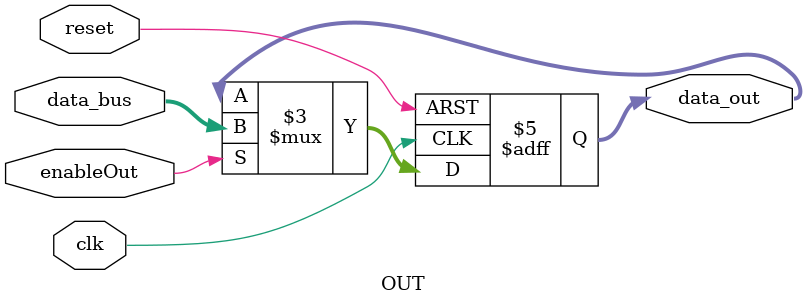
<source format=sv>

module OUT (input logic clk,
          input logic reset,
          input logic enableOut,
          input logic [3:0] data_bus,
          output logic [3:0] data_out);


  always @ (posedge clk or posedge reset)
    begin//si esta en reset, se pone q en 0, si no, en el flanco positivo de clk se pasa d a q.
    if (reset)
      data_out <= 4'b0;
    else if (enableOut)
      data_out <= data_bus;
  	else
      data_out <= data_out;
    end


endmodule

</source>
